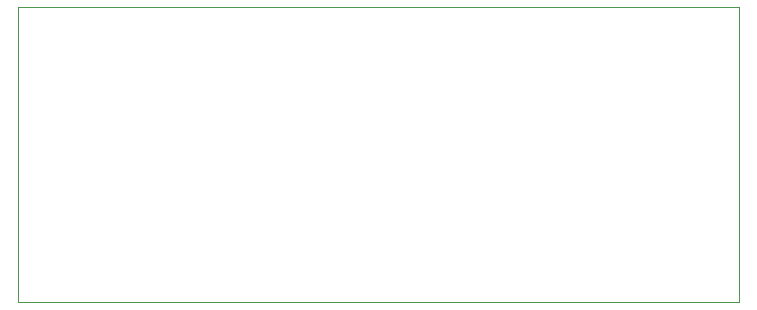
<source format=gbr>
%TF.GenerationSoftware,KiCad,Pcbnew,(5.1.6)-1*%
%TF.CreationDate,2025-01-27T19:57:42-05:00*%
%TF.ProjectId,test,74657374-2e6b-4696-9361-645f70636258,rev?*%
%TF.SameCoordinates,PX876bf80PY5f5e100*%
%TF.FileFunction,Profile,NP*%
%FSLAX46Y46*%
G04 Gerber Fmt 4.6, Leading zero omitted, Abs format (unit mm)*
G04 Created by KiCad (PCBNEW (5.1.6)-1) date 2025-01-27 19:57:42*
%MOMM*%
%LPD*%
G01*
G04 APERTURE LIST*
%TA.AperFunction,Profile*%
%ADD10C,0.050000*%
%TD*%
G04 APERTURE END LIST*
D10*
X61000000Y25000000D02*
X0Y25000000D01*
X0Y0D02*
X61000000Y0D01*
X0Y0D02*
X0Y25000000D01*
X61000000Y0D02*
X61000000Y25000000D01*
M02*

</source>
